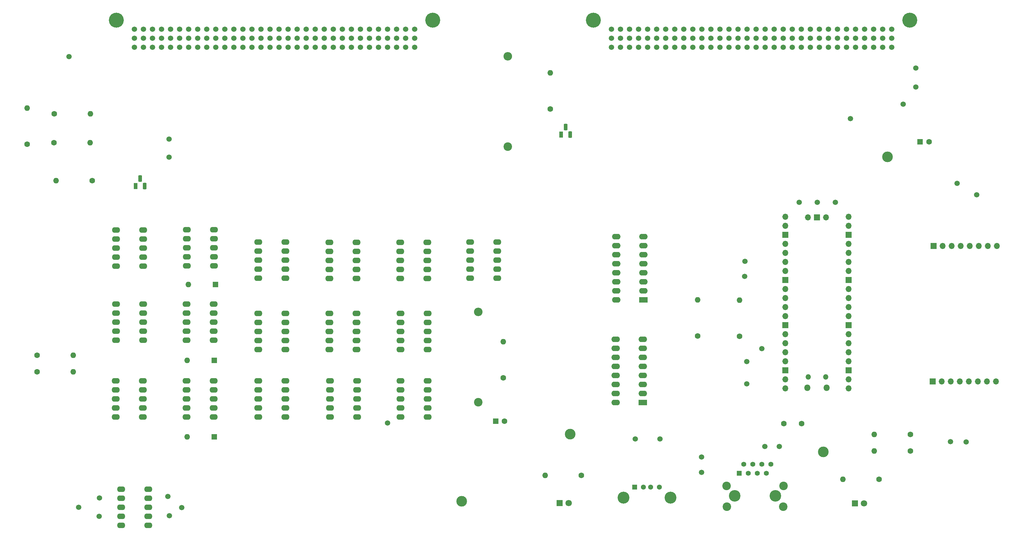
<source format=gbs>
%TF.GenerationSoftware,KiCad,Pcbnew,7.0.5*%
%TF.CreationDate,2023-10-26T11:03:58-04:00*%
%TF.ProjectId,selftest_bd,73656c66-7465-4737-945f-62642e6b6963,2.0*%
%TF.SameCoordinates,Original*%
%TF.FileFunction,Soldermask,Bot*%
%TF.FilePolarity,Negative*%
%FSLAX46Y46*%
G04 Gerber Fmt 4.6, Leading zero omitted, Abs format (unit mm)*
G04 Created by KiCad (PCBNEW 7.0.5) date 2023-10-26 11:03:58*
%MOMM*%
%LPD*%
G01*
G04 APERTURE LIST*
G04 Aperture macros list*
%AMRoundRect*
0 Rectangle with rounded corners*
0 $1 Rounding radius*
0 $2 $3 $4 $5 $6 $7 $8 $9 X,Y pos of 4 corners*
0 Add a 4 corners polygon primitive as box body*
4,1,4,$2,$3,$4,$5,$6,$7,$8,$9,$2,$3,0*
0 Add four circle primitives for the rounded corners*
1,1,$1+$1,$2,$3*
1,1,$1+$1,$4,$5*
1,1,$1+$1,$6,$7*
1,1,$1+$1,$8,$9*
0 Add four rect primitives between the rounded corners*
20,1,$1+$1,$2,$3,$4,$5,0*
20,1,$1+$1,$4,$5,$6,$7,0*
20,1,$1+$1,$6,$7,$8,$9,0*
20,1,$1+$1,$8,$9,$2,$3,0*%
G04 Aperture macros list end*
%ADD10C,1.500000*%
%ADD11R,1.800000X1.800000*%
%ADD12C,1.800000*%
%ADD13O,2.300000X1.600000*%
%ADD14R,1.600000X1.600000*%
%ADD15O,1.600000X1.600000*%
%ADD16C,3.250000*%
%ADD17R,1.408000X1.408000*%
%ADD18C,1.408000*%
%ADD19C,2.400000*%
%ADD20C,4.200000*%
%ADD21C,1.600000*%
%ADD22R,1.100000X1.800000*%
%ADD23RoundRect,0.275000X-0.275000X-0.625000X0.275000X-0.625000X0.275000X0.625000X-0.275000X0.625000X0*%
%ADD24R,2.400000X1.600000*%
%ADD25O,2.400000X1.600000*%
%ADD26O,2.400000X2.400000*%
%ADD27C,3.000000*%
%ADD28R,1.428000X1.428000*%
%ADD29C,1.428000*%
%ADD30C,3.346000*%
%ADD31R,1.700000X1.700000*%
%ADD32O,1.700000X1.700000*%
%ADD33O,1.800000X1.800000*%
%ADD34O,1.500000X1.500000*%
G04 APERTURE END LIST*
D10*
%TO.C,TP15*%
X215701800Y-98590000D03*
%TD*%
%TO.C,TP32*%
X27923500Y-139564335D03*
%TD*%
%TO.C,TP5*%
X259639000Y-26230000D03*
%TD*%
D11*
%TO.C,D4*%
X163063200Y-138421800D03*
D12*
X165603200Y-138421800D03*
%TD*%
D10*
%TO.C,TP23*%
X202997000Y-125417000D03*
%TD*%
%TO.C,TP40*%
X191313000Y-120337000D03*
%TD*%
D13*
%TO.C,K16*%
X125948400Y-75221600D03*
X125948400Y-72681600D03*
X125948400Y-70141600D03*
X125948400Y-67601600D03*
X125948400Y-65061600D03*
X118328400Y-65061600D03*
X118328400Y-67601600D03*
X118328400Y-70141600D03*
X118328400Y-72681600D03*
X118328400Y-75221600D03*
%TD*%
D10*
%TO.C,TP35*%
X33723500Y-142164335D03*
%TD*%
D13*
%TO.C,K4*%
X126015200Y-114226200D03*
X126015200Y-111686200D03*
X126015200Y-109146200D03*
X126015200Y-106606200D03*
X126015200Y-104066200D03*
X118395200Y-104066200D03*
X118395200Y-106606200D03*
X118395200Y-109146200D03*
X118395200Y-111686200D03*
X118395200Y-114226200D03*
%TD*%
D14*
%TO.C,D1*%
X66025200Y-98276200D03*
D15*
X58405200Y-98276200D03*
%TD*%
D16*
%TO.C,J3*%
X212268000Y-136339000D03*
X223698000Y-136339000D03*
D17*
X213538000Y-129989000D03*
D18*
X214808000Y-127449000D03*
X216078000Y-129989000D03*
X217348000Y-127449000D03*
X218618000Y-129989000D03*
X219888000Y-127449000D03*
X221158000Y-129989000D03*
X222428000Y-127449000D03*
D19*
X209958000Y-133589000D03*
X210068000Y-139389000D03*
X225898000Y-139389000D03*
X226008000Y-133589000D03*
%TD*%
D10*
%TO.C,J2*%
X122352000Y-5165335D03*
X119812000Y-5165335D03*
X117272000Y-5165335D03*
X114732000Y-5165335D03*
X112192000Y-5165335D03*
X109652000Y-5165335D03*
X107112000Y-5165335D03*
X104572000Y-5165335D03*
X102032000Y-5165335D03*
X99492000Y-5165335D03*
X96952000Y-5165335D03*
X94412000Y-5165335D03*
X91872000Y-5165335D03*
X89332000Y-5165335D03*
X86792000Y-5165335D03*
X84252000Y-5165335D03*
X81712000Y-5165335D03*
X79172000Y-5165335D03*
X76632000Y-5165335D03*
X74092000Y-5165335D03*
X71552000Y-5165335D03*
X69012000Y-5165335D03*
X66472000Y-5165335D03*
X63932000Y-5165335D03*
X61392000Y-5165335D03*
X58852000Y-5165335D03*
X56312000Y-5165335D03*
X53772000Y-5165335D03*
X51232000Y-5165335D03*
X48692000Y-5165335D03*
X46152000Y-5165335D03*
X43612000Y-5165335D03*
X122352000Y-7705335D03*
X119812000Y-7705335D03*
X117272000Y-7705335D03*
X114732000Y-7705335D03*
X112192000Y-7705335D03*
X109652000Y-7705335D03*
X107112000Y-7705335D03*
X104572000Y-7705335D03*
X102032000Y-7705335D03*
X99492000Y-7705335D03*
X96952000Y-7705335D03*
X94412000Y-7705335D03*
X91872000Y-7705335D03*
X89332000Y-7705335D03*
X86792000Y-7705335D03*
X84252000Y-7705335D03*
X81712000Y-7705335D03*
X79172000Y-7705335D03*
X76632000Y-7705335D03*
X74092000Y-7705335D03*
X71552000Y-7705335D03*
X69012000Y-7705335D03*
X66472000Y-7705335D03*
X63932000Y-7705335D03*
X61392000Y-7705335D03*
X58852000Y-7705335D03*
X56312000Y-7705335D03*
X53772000Y-7705335D03*
X51232000Y-7705335D03*
X48692000Y-7705335D03*
X46152000Y-7705335D03*
X43612000Y-7705335D03*
X122352000Y-10245335D03*
X119812000Y-10245335D03*
X117272000Y-10245335D03*
X114732000Y-10245335D03*
X112192000Y-10245335D03*
X109652000Y-10245335D03*
X107112000Y-10245335D03*
X104572000Y-10245335D03*
X102032000Y-10245335D03*
X99492000Y-10245335D03*
X96952000Y-10245335D03*
X94412000Y-10245335D03*
X91872000Y-10245335D03*
X89332000Y-10245335D03*
X86792000Y-10245335D03*
X84252000Y-10245335D03*
X81712000Y-10245335D03*
X79172000Y-10245335D03*
X76632000Y-10245335D03*
X74092000Y-10245335D03*
X71552000Y-10245335D03*
X69012000Y-10245335D03*
X66472000Y-10245335D03*
X63932000Y-10245335D03*
X61392000Y-10245335D03*
X58852000Y-10245335D03*
X56312000Y-10245335D03*
X53772000Y-10245335D03*
X51232000Y-10245335D03*
X48692000Y-10245335D03*
X46152000Y-10245335D03*
X43612000Y-10245335D03*
D20*
X127432000Y-2625335D03*
X38532000Y-2625335D03*
%TD*%
D10*
%TO.C,TP2*%
X244811200Y-30294000D03*
%TD*%
%TO.C,TP11*%
X230391400Y-53826600D03*
%TD*%
%TO.C,TP9*%
X25269600Y-12818665D03*
%TD*%
D21*
%TO.C,R9*%
X261671000Y-123766000D03*
D15*
X251511000Y-123766000D03*
%TD*%
D21*
%TO.C,R1*%
X147215200Y-103186200D03*
D15*
X147215200Y-93026200D03*
%TD*%
D21*
%TO.C,R7*%
X21056800Y-37050400D03*
D15*
X31216800Y-37050400D03*
%TD*%
D13*
%TO.C,K17*%
X47513500Y-144654335D03*
X47513500Y-142114335D03*
X47513500Y-139574335D03*
X47513500Y-137034335D03*
X47513500Y-134494335D03*
X39893500Y-134494335D03*
X39893500Y-137034335D03*
X39893500Y-139574335D03*
X39893500Y-142114335D03*
X39893500Y-144654335D03*
%TD*%
D10*
%TO.C,TP4*%
X53391000Y-36009000D03*
%TD*%
%TO.C,J1*%
X256387800Y-5165335D03*
X253847800Y-5165335D03*
X251307800Y-5165335D03*
X248767800Y-5165335D03*
X246227800Y-5165335D03*
X243687800Y-5165335D03*
X241147800Y-5165335D03*
X238607800Y-5165335D03*
X236067800Y-5165335D03*
X233527800Y-5165335D03*
X230987800Y-5165335D03*
X228447800Y-5165335D03*
X225907800Y-5165335D03*
X223367800Y-5165335D03*
X220827800Y-5165335D03*
X218287800Y-5165335D03*
X215747800Y-5165335D03*
X213207800Y-5165335D03*
X210667800Y-5165335D03*
X208127800Y-5165335D03*
X205587800Y-5165335D03*
X203047800Y-5165335D03*
X200507800Y-5165335D03*
X197967800Y-5165335D03*
X195427800Y-5165335D03*
X192887800Y-5165335D03*
X190347800Y-5165335D03*
X187807800Y-5165335D03*
X185267800Y-5165335D03*
X182727800Y-5165335D03*
X180187800Y-5165335D03*
X177647800Y-5165335D03*
X256387800Y-7705335D03*
X253847800Y-7705335D03*
X251307800Y-7705335D03*
X248767800Y-7705335D03*
X246227800Y-7705335D03*
X243687800Y-7705335D03*
X241147800Y-7705335D03*
X238607800Y-7705335D03*
X236067800Y-7705335D03*
X233527800Y-7705335D03*
X230987800Y-7705335D03*
X228447800Y-7705335D03*
X225907800Y-7705335D03*
X223367800Y-7705335D03*
X220827800Y-7705335D03*
X218287800Y-7705335D03*
X215747800Y-7705335D03*
X213207800Y-7705335D03*
X210667800Y-7705335D03*
X208127800Y-7705335D03*
X205587800Y-7705335D03*
X203047800Y-7705335D03*
X200507800Y-7705335D03*
X197967800Y-7705335D03*
X195427800Y-7705335D03*
X192887800Y-7705335D03*
X190347800Y-7705335D03*
X187807800Y-7705335D03*
X185267800Y-7705335D03*
X182727800Y-7705335D03*
X180187800Y-7705335D03*
X177647800Y-7705335D03*
X256387800Y-10245335D03*
X253847800Y-10245335D03*
X251307800Y-10245335D03*
X248767800Y-10245335D03*
X246227800Y-10245335D03*
X243687800Y-10245335D03*
X241147800Y-10245335D03*
X238607800Y-10245335D03*
X236067800Y-10245335D03*
X233527800Y-10245335D03*
X230987800Y-10245335D03*
X228447800Y-10245335D03*
X225907800Y-10245335D03*
X223367800Y-10245335D03*
X220827800Y-10245335D03*
X218287800Y-10245335D03*
X215747800Y-10245335D03*
X213207800Y-10245335D03*
X210667800Y-10245335D03*
X208127800Y-10245335D03*
X205587800Y-10245335D03*
X203047800Y-10245335D03*
X200507800Y-10245335D03*
X197967800Y-10245335D03*
X195427800Y-10245335D03*
X192887800Y-10245335D03*
X190347800Y-10245335D03*
X187807800Y-10245335D03*
X185267800Y-10245335D03*
X182727800Y-10245335D03*
X180187800Y-10245335D03*
X177647800Y-10245335D03*
D20*
X261467800Y-2625335D03*
X172567800Y-2625335D03*
%TD*%
D10*
%TO.C,TP14*%
X215701800Y-104889200D03*
%TD*%
D13*
%TO.C,K14*%
X86015200Y-75196200D03*
X86015200Y-72656200D03*
X86015200Y-70116200D03*
X86015200Y-67576200D03*
X86015200Y-65036200D03*
X78395200Y-65036200D03*
X78395200Y-67576200D03*
X78395200Y-70116200D03*
X78395200Y-72656200D03*
X78395200Y-75196200D03*
%TD*%
D22*
%TO.C,U4*%
X163550800Y-34758000D03*
D23*
X164820800Y-32688000D03*
X166090800Y-34758000D03*
%TD*%
D24*
%TO.C,U2*%
X186588600Y-81271800D03*
D25*
X186588600Y-78731800D03*
X186588600Y-76191800D03*
X186588600Y-73651800D03*
X186588600Y-71111800D03*
X186588600Y-68571800D03*
X186588600Y-66031800D03*
X186588600Y-63491800D03*
X178968600Y-63491800D03*
X178968600Y-66031800D03*
X178968600Y-68571800D03*
X178968600Y-71111800D03*
X178968600Y-73651800D03*
X178968600Y-76191800D03*
X178968600Y-78731800D03*
X178968600Y-81271800D03*
%TD*%
D24*
%TO.C,U3*%
X186436200Y-110151600D03*
D25*
X186436200Y-107611600D03*
X186436200Y-105071600D03*
X186436200Y-102531600D03*
X186436200Y-99991600D03*
X186436200Y-97451600D03*
X186436200Y-94911600D03*
X186436200Y-92371600D03*
X178816200Y-92371600D03*
X178816200Y-94911600D03*
X178816200Y-97451600D03*
X178816200Y-99991600D03*
X178816200Y-102531600D03*
X178816200Y-105071600D03*
X178816200Y-107611600D03*
X178816200Y-110151600D03*
%TD*%
D21*
%TO.C,C1*%
X231111000Y-116019000D03*
X226111000Y-116019000D03*
%TD*%
D10*
%TO.C,TP17*%
X219888000Y-94937000D03*
%TD*%
D13*
%TO.C,K6*%
X46085200Y-71756200D03*
X46085200Y-69216200D03*
X46085200Y-66676200D03*
X46085200Y-64136200D03*
X46085200Y-61596200D03*
X38465200Y-61596200D03*
X38465200Y-64136200D03*
X38465200Y-66676200D03*
X38465200Y-69216200D03*
X38465200Y-71756200D03*
%TD*%
D21*
%TO.C,R11*%
X201854000Y-91381000D03*
D15*
X201854000Y-81221000D03*
%TD*%
D19*
%TO.C,R12*%
X148539400Y-38142600D03*
D26*
X148539400Y-12742600D03*
%TD*%
D10*
%TO.C,TP1*%
X263131200Y-16054065D03*
%TD*%
D13*
%TO.C,K2*%
X86015200Y-114226200D03*
X86015200Y-111686200D03*
X86015200Y-109146200D03*
X86015200Y-106606200D03*
X86015200Y-104066200D03*
X78395200Y-104066200D03*
X78395200Y-106606200D03*
X78395200Y-109146200D03*
X78395200Y-111686200D03*
X78395200Y-114226200D03*
%TD*%
%TO.C,K9*%
X46085200Y-92616200D03*
X46085200Y-90076200D03*
X46085200Y-87536200D03*
X46085200Y-84996200D03*
X46085200Y-82456200D03*
X38465200Y-82456200D03*
X38465200Y-84996200D03*
X38465200Y-87536200D03*
X38465200Y-90076200D03*
X38465200Y-92616200D03*
%TD*%
D10*
%TO.C,TP20*%
X272923200Y-121175200D03*
%TD*%
D13*
%TO.C,K15*%
X106015200Y-75221600D03*
X106015200Y-72681600D03*
X106015200Y-70141600D03*
X106015200Y-67601600D03*
X106015200Y-65061600D03*
X98395200Y-65061600D03*
X98395200Y-67601600D03*
X98395200Y-70141600D03*
X98395200Y-72681600D03*
X98395200Y-75221600D03*
%TD*%
%TO.C,K13*%
X46015200Y-114226200D03*
X46015200Y-111686200D03*
X46015200Y-109146200D03*
X46015200Y-106606200D03*
X46015200Y-104066200D03*
X38395200Y-104066200D03*
X38395200Y-106606200D03*
X38395200Y-109146200D03*
X38395200Y-111686200D03*
X38395200Y-114226200D03*
%TD*%
D10*
%TO.C,TP24*%
X220777000Y-122496000D03*
%TD*%
D13*
%TO.C,K5*%
X106215200Y-114226200D03*
X106215200Y-111686200D03*
X106215200Y-109146200D03*
X106215200Y-106606200D03*
X106215200Y-104066200D03*
X98595200Y-104066200D03*
X98595200Y-106606200D03*
X98595200Y-109146200D03*
X98595200Y-111686200D03*
X98595200Y-114226200D03*
%TD*%
%TO.C,K8*%
X86015200Y-95226200D03*
X86015200Y-92686200D03*
X86015200Y-90146200D03*
X86015200Y-87606200D03*
X86015200Y-85066200D03*
X78395200Y-85066200D03*
X78395200Y-87606200D03*
X78395200Y-90146200D03*
X78395200Y-92686200D03*
X78395200Y-95226200D03*
%TD*%
D10*
%TO.C,TP25*%
X224841000Y-122496000D03*
%TD*%
D21*
%TO.C,R14*%
X31801000Y-47693000D03*
D15*
X21641000Y-47693000D03*
%TD*%
D27*
%TO.C,TP6*%
X135585400Y-137913800D03*
%TD*%
D10*
%TO.C,TP28*%
X114706600Y-115917400D03*
%TD*%
D21*
%TO.C,R6*%
X13513000Y-37482200D03*
D15*
X13513000Y-27322200D03*
%TD*%
D27*
%TO.C,TP37*%
X166040000Y-119016200D03*
%TD*%
D21*
%TO.C,R15*%
X169164200Y-130598600D03*
D15*
X159004200Y-130598600D03*
%TD*%
D14*
%TO.C,D3*%
X66375200Y-76926200D03*
D15*
X58755200Y-76926200D03*
%TD*%
D28*
%TO.C,J4*%
X184138400Y-133885065D03*
D29*
X186638400Y-133885065D03*
X188638400Y-133885065D03*
X191138400Y-133885065D03*
D30*
X181068400Y-136885065D03*
X194208400Y-136885065D03*
%TD*%
D31*
%TO.C,J6*%
X268135600Y-66085600D03*
D32*
X270675600Y-66085600D03*
X273215600Y-66085600D03*
X275755600Y-66085600D03*
X278295600Y-66085600D03*
X280835600Y-66085600D03*
X283375600Y-66085600D03*
X285915600Y-66085600D03*
%TD*%
D10*
%TO.C,TP34*%
X53023500Y-136564335D03*
%TD*%
D13*
%TO.C,K3*%
X126015200Y-95226200D03*
X126015200Y-92686200D03*
X126015200Y-90146200D03*
X126015200Y-87606200D03*
X126015200Y-85066200D03*
X118395200Y-85066200D03*
X118395200Y-87606200D03*
X118395200Y-90146200D03*
X118395200Y-92686200D03*
X118395200Y-95226200D03*
%TD*%
D10*
%TO.C,TP33*%
X53423500Y-141964335D03*
%TD*%
%TO.C,TP26*%
X274752000Y-48455000D03*
%TD*%
D13*
%TO.C,K1*%
X145542200Y-75205600D03*
X145542200Y-72665600D03*
X145542200Y-70125600D03*
X145542200Y-67585600D03*
X145542200Y-65045600D03*
X137922200Y-65045600D03*
X137922200Y-67585600D03*
X137922200Y-70125600D03*
X137922200Y-72665600D03*
X137922200Y-75205600D03*
%TD*%
D10*
%TO.C,TP13*%
X240551400Y-53826600D03*
%TD*%
%TO.C,TP12*%
X235471400Y-53826600D03*
%TD*%
D13*
%TO.C,K12*%
X65938600Y-71670600D03*
X65938600Y-69130600D03*
X65938600Y-66590600D03*
X65938600Y-64050600D03*
X65938600Y-61510600D03*
X58318600Y-61510600D03*
X58318600Y-64050600D03*
X58318600Y-66590600D03*
X58318600Y-69130600D03*
X58318600Y-71670600D03*
%TD*%
D10*
%TO.C,TP22*%
X202997000Y-129735000D03*
%TD*%
D21*
%TO.C,R5*%
X21133000Y-28897000D03*
D15*
X31293000Y-28897000D03*
%TD*%
D10*
%TO.C,TP36*%
X33823500Y-136964335D03*
%TD*%
D21*
%TO.C,R4*%
X16306200Y-101466600D03*
D15*
X26466200Y-101466600D03*
%TD*%
D14*
%TO.C,C3*%
X264379144Y-36771000D03*
D21*
X266879144Y-36771000D03*
%TD*%
D27*
%TO.C,TP38*%
X255244800Y-41020865D03*
%TD*%
D10*
%TO.C,TP39*%
X184329400Y-120414465D03*
%TD*%
%TO.C,TP27*%
X280289200Y-51680800D03*
%TD*%
D13*
%TO.C,K7*%
X106015200Y-95226200D03*
X106015200Y-92686200D03*
X106015200Y-90146200D03*
X106015200Y-87606200D03*
X106015200Y-85066200D03*
X98395200Y-85066200D03*
X98395200Y-87606200D03*
X98395200Y-90146200D03*
X98395200Y-92686200D03*
X98395200Y-95226200D03*
%TD*%
D10*
%TO.C,TP21*%
X277292000Y-121226000D03*
%TD*%
D21*
%TO.C,R13*%
X160426600Y-27550800D03*
D15*
X160426600Y-17390800D03*
%TD*%
D21*
%TO.C,R10*%
X213665000Y-91508000D03*
D15*
X213665000Y-81348000D03*
%TD*%
D14*
%TO.C,C2*%
X145125000Y-115384000D03*
D21*
X147625000Y-115384000D03*
%TD*%
D10*
%TO.C,TP19*%
X215176800Y-70446800D03*
%TD*%
%TO.C,TP18*%
X215062000Y-74617000D03*
%TD*%
D13*
%TO.C,K11*%
X65928200Y-114226200D03*
X65928200Y-111686200D03*
X65928200Y-109146200D03*
X65928200Y-106606200D03*
X65928200Y-104066200D03*
X58308200Y-104066200D03*
X58308200Y-106606200D03*
X58308200Y-109146200D03*
X58308200Y-111686200D03*
X58308200Y-114226200D03*
%TD*%
D10*
%TO.C,TP7*%
X263131200Y-21394065D03*
%TD*%
D27*
%TO.C,TP3*%
X237210800Y-124045400D03*
%TD*%
D14*
%TO.C,D2*%
X66040200Y-119778200D03*
D15*
X58420200Y-119778200D03*
%TD*%
D10*
%TO.C,TP8*%
X53391000Y-41089000D03*
%TD*%
D21*
%TO.C,R3*%
X16256200Y-96816600D03*
D15*
X26416200Y-96816600D03*
%TD*%
D10*
%TO.C,TP31*%
X56947000Y-139641000D03*
%TD*%
D33*
%TO.C,U1*%
X238107000Y-105983000D03*
D34*
X237807000Y-102953000D03*
X232957000Y-102953000D03*
D33*
X232657000Y-105983000D03*
D32*
X244272000Y-106113000D03*
X244272000Y-103573000D03*
D31*
X244272000Y-101033000D03*
D32*
X244272000Y-98493000D03*
X244272000Y-95953000D03*
X244272000Y-93413000D03*
X244272000Y-90873000D03*
D31*
X244272000Y-88333000D03*
D32*
X244272000Y-85793000D03*
X244272000Y-83253000D03*
X244272000Y-80713000D03*
X244272000Y-78173000D03*
D31*
X244272000Y-75633000D03*
D32*
X244272000Y-73093000D03*
X244272000Y-70553000D03*
X244272000Y-68013000D03*
X244272000Y-65473000D03*
D31*
X244272000Y-62933000D03*
D32*
X244272000Y-60393000D03*
X244272000Y-57853000D03*
X226492000Y-57853000D03*
X226492000Y-60393000D03*
D31*
X226492000Y-62933000D03*
D32*
X226492000Y-65473000D03*
X226492000Y-68013000D03*
X226492000Y-70553000D03*
X226492000Y-73093000D03*
D31*
X226492000Y-75633000D03*
D32*
X226492000Y-78173000D03*
X226492000Y-80713000D03*
X226492000Y-83253000D03*
X226492000Y-85793000D03*
D31*
X226492000Y-88333000D03*
D32*
X226492000Y-90873000D03*
X226492000Y-93413000D03*
X226492000Y-95953000D03*
X226492000Y-98493000D03*
D31*
X226492000Y-101033000D03*
D32*
X226492000Y-103573000D03*
X226492000Y-106113000D03*
X237922000Y-58083000D03*
D31*
X235382000Y-58083000D03*
D32*
X232842000Y-58083000D03*
%TD*%
D22*
%TO.C,U5*%
X43993000Y-49236000D03*
D23*
X45263000Y-47166000D03*
X46533000Y-49236000D03*
%TD*%
D13*
%TO.C,K10*%
X65928200Y-92616200D03*
X65928200Y-90076200D03*
X65928200Y-87536200D03*
X65928200Y-84996200D03*
X65928200Y-82456200D03*
X58308200Y-82456200D03*
X58308200Y-84996200D03*
X58308200Y-87536200D03*
X58308200Y-90076200D03*
X58308200Y-92616200D03*
%TD*%
D19*
%TO.C,R2*%
X140215200Y-110026200D03*
D26*
X140215200Y-84626200D03*
%TD*%
D11*
%TO.C,D5*%
X246045000Y-138523400D03*
D12*
X248585000Y-138523400D03*
%TD*%
D21*
%TO.C,R16*%
X252806400Y-131741600D03*
D15*
X242646400Y-131741600D03*
%TD*%
D21*
%TO.C,R8*%
X261671000Y-119067000D03*
D15*
X251511000Y-119067000D03*
%TD*%
D31*
%TO.C,J5*%
X267932000Y-104185600D03*
D32*
X270472000Y-104185600D03*
X273012000Y-104185600D03*
X275552000Y-104185600D03*
X278092000Y-104185600D03*
X280632000Y-104185600D03*
X283172000Y-104185600D03*
X285712000Y-104185600D03*
%TD*%
M02*

</source>
